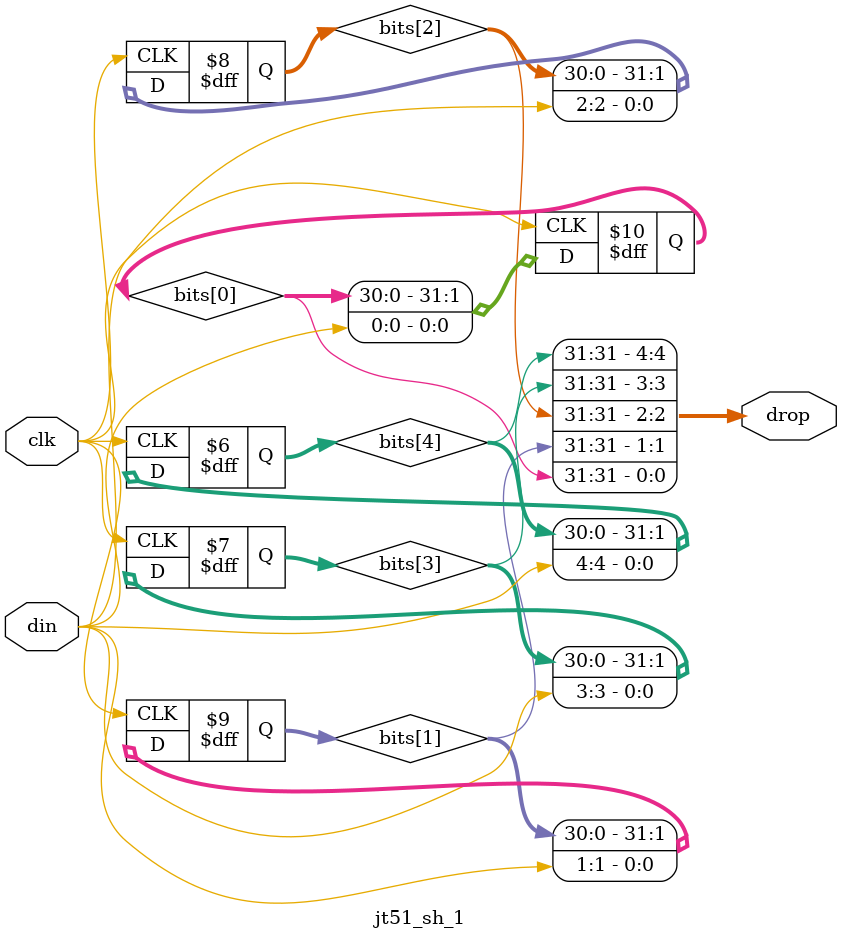
<source format=v>
module jt51_sh_1 #(parameter width=5, stages=32 )
(
	input 							clk,
	input		[width-1:0]			din,
   	output		[width-1:0]			drop
);
reg [stages-1:0] bits[width-1:0];
genvar i;
generate
	for (i=0; i < width; i=i+1) begin: bit_shifter
		always @(posedge clk)
			bits[i] <= {bits[i][stages-2:0], din[i]};
		assign drop[i] = bits[i][stages-1];
	end
endgenerate
endmodule
</source>
